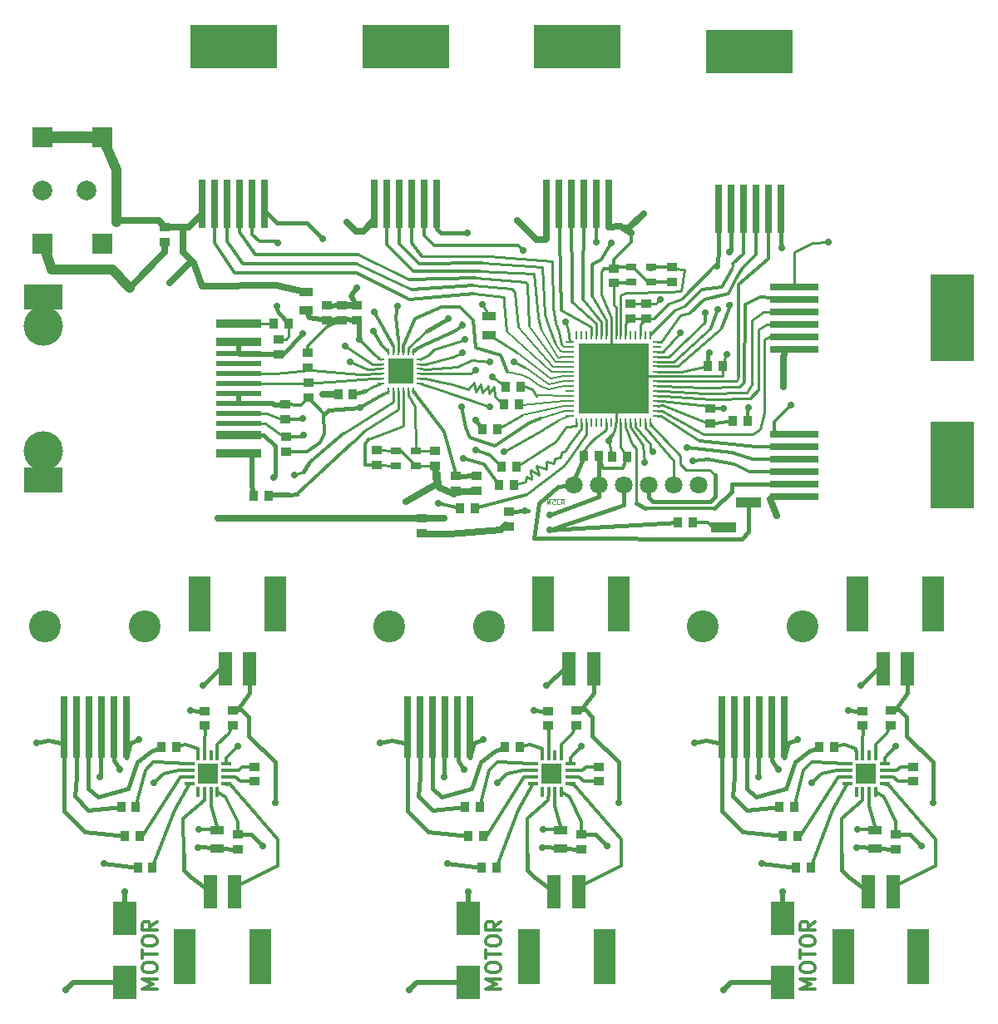
<source format=gtl>
G04 (created by PCBNEW (2013-07-07 BZR 4022)-stable) date 7/17/2014 12:13:14 PM*
%MOIN*%
G04 Gerber Fmt 3.4, Leading zero omitted, Abs format*
%FSLAX34Y34*%
G01*
G70*
G90*
G04 APERTURE LIST*
%ADD10C,0.00590551*%
%ADD11C,0.00393701*%
%ADD12C,0.011811*%
%ADD13R,0.181102X0.0318898*%
%ADD14R,0.181102X0.0240157*%
%ADD15C,0.15748*%
%ADD16R,0.153543X0.0984252*%
%ADD17R,0.00984252X0.0334646*%
%ADD18R,0.0334646X0.00984252*%
%ADD19R,0.281496X0.281496*%
%ADD20C,0.0708661*%
%ADD21C,0.0787*%
%ADD22R,0.0787X0.0787*%
%ADD23R,0.0394X0.0354*%
%ADD24R,0.0984X0.0984*%
%ADD25O,0.0098X0.0315*%
%ADD26O,0.0315X0.0098*%
%ADD27C,0.023622*%
%ADD28R,0.0354X0.0394*%
%ADD29R,0.055X0.035*%
%ADD30R,0.0393701X0.0314961*%
%ADD31R,0.1X0.039*%
%ADD32R,0.19685X0.0299213*%
%ADD33R,0.177165X0.346457*%
%ADD34R,0.0299213X0.19685*%
%ADD35R,0.346457X0.177165*%
%ADD36R,0.0826772X0.0826772*%
%ADD37R,0.0393701X0.0137795*%
%ADD38R,0.0137795X0.0393701*%
%ADD39C,0.019685*%
%ADD40R,0.0299213X0.25*%
%ADD41C,0.127953*%
%ADD42R,0.0905512X0.220472*%
%ADD43R,0.0551181X0.133858*%
%ADD44R,0.0945X0.1378*%
%ADD45C,0.0275591*%
%ADD46C,0.015748*%
%ADD47C,0.0137795*%
%ADD48C,0.00787402*%
%ADD49C,0.00984252*%
%ADD50C,0.0275591*%
%ADD51C,0.0393701*%
%ADD52C,0.0472441*%
%ADD53C,0.0314961*%
%ADD54C,0.019685*%
G04 APERTURE END LIST*
G54D10*
G54D11*
X55858Y-40536D02*
X55858Y-40378D01*
X55924Y-40491D01*
X55989Y-40378D01*
X55989Y-40536D01*
X56196Y-40521D02*
X56186Y-40528D01*
X56158Y-40536D01*
X56139Y-40536D01*
X56111Y-40528D01*
X56092Y-40513D01*
X56083Y-40498D01*
X56074Y-40468D01*
X56074Y-40446D01*
X56083Y-40416D01*
X56092Y-40401D01*
X56111Y-40386D01*
X56139Y-40378D01*
X56158Y-40378D01*
X56186Y-40386D01*
X56196Y-40393D01*
X56374Y-40536D02*
X56280Y-40536D01*
X56280Y-40378D01*
X56552Y-40536D02*
X56486Y-40461D01*
X56439Y-40536D02*
X56439Y-40378D01*
X56514Y-40378D01*
X56533Y-40386D01*
X56542Y-40393D01*
X56552Y-40408D01*
X56552Y-40431D01*
X56542Y-40446D01*
X56533Y-40453D01*
X56514Y-40461D01*
X56439Y-40461D01*
X55811Y-40318D02*
X56589Y-40318D01*
G54D12*
X40229Y-59947D02*
X39638Y-59947D01*
X40060Y-59751D01*
X39638Y-59554D01*
X40229Y-59554D01*
X39638Y-59160D02*
X39638Y-59048D01*
X39666Y-58991D01*
X39723Y-58935D01*
X39835Y-58907D01*
X40032Y-58907D01*
X40144Y-58935D01*
X40201Y-58991D01*
X40229Y-59048D01*
X40229Y-59160D01*
X40201Y-59216D01*
X40144Y-59273D01*
X40032Y-59301D01*
X39835Y-59301D01*
X39723Y-59273D01*
X39666Y-59216D01*
X39638Y-59160D01*
X39638Y-58738D02*
X39638Y-58401D01*
X40229Y-58570D02*
X39638Y-58570D01*
X39638Y-58091D02*
X39638Y-57979D01*
X39666Y-57923D01*
X39723Y-57866D01*
X39835Y-57838D01*
X40032Y-57838D01*
X40144Y-57866D01*
X40201Y-57923D01*
X40229Y-57979D01*
X40229Y-58091D01*
X40201Y-58148D01*
X40144Y-58204D01*
X40032Y-58232D01*
X39835Y-58232D01*
X39723Y-58204D01*
X39666Y-58148D01*
X39638Y-58091D01*
X40229Y-57248D02*
X39947Y-57445D01*
X40229Y-57585D02*
X39638Y-57585D01*
X39638Y-57360D01*
X39666Y-57304D01*
X39694Y-57276D01*
X39751Y-57248D01*
X39835Y-57248D01*
X39891Y-57276D01*
X39919Y-57304D01*
X39947Y-57360D01*
X39947Y-57585D01*
X54008Y-59947D02*
X53418Y-59947D01*
X53839Y-59751D01*
X53418Y-59554D01*
X54008Y-59554D01*
X53418Y-59160D02*
X53418Y-59048D01*
X53446Y-58991D01*
X53502Y-58935D01*
X53615Y-58907D01*
X53811Y-58907D01*
X53924Y-58935D01*
X53980Y-58991D01*
X54008Y-59048D01*
X54008Y-59160D01*
X53980Y-59216D01*
X53924Y-59273D01*
X53811Y-59301D01*
X53615Y-59301D01*
X53502Y-59273D01*
X53446Y-59216D01*
X53418Y-59160D01*
X53418Y-58738D02*
X53418Y-58401D01*
X54008Y-58570D02*
X53418Y-58570D01*
X53418Y-58091D02*
X53418Y-57979D01*
X53446Y-57923D01*
X53502Y-57866D01*
X53615Y-57838D01*
X53811Y-57838D01*
X53924Y-57866D01*
X53980Y-57923D01*
X54008Y-57979D01*
X54008Y-58091D01*
X53980Y-58148D01*
X53924Y-58204D01*
X53811Y-58232D01*
X53615Y-58232D01*
X53502Y-58204D01*
X53446Y-58148D01*
X53418Y-58091D01*
X54008Y-57248D02*
X53727Y-57445D01*
X54008Y-57585D02*
X53418Y-57585D01*
X53418Y-57360D01*
X53446Y-57304D01*
X53474Y-57276D01*
X53530Y-57248D01*
X53615Y-57248D01*
X53671Y-57276D01*
X53699Y-57304D01*
X53727Y-57360D01*
X53727Y-57585D01*
X66607Y-59947D02*
X66016Y-59947D01*
X66438Y-59751D01*
X66016Y-59554D01*
X66607Y-59554D01*
X66016Y-59160D02*
X66016Y-59048D01*
X66044Y-58991D01*
X66100Y-58935D01*
X66213Y-58907D01*
X66410Y-58907D01*
X66522Y-58935D01*
X66579Y-58991D01*
X66607Y-59048D01*
X66607Y-59160D01*
X66579Y-59216D01*
X66522Y-59273D01*
X66410Y-59301D01*
X66213Y-59301D01*
X66100Y-59273D01*
X66044Y-59216D01*
X66016Y-59160D01*
X66016Y-58738D02*
X66016Y-58401D01*
X66607Y-58570D02*
X66016Y-58570D01*
X66016Y-58091D02*
X66016Y-57979D01*
X66044Y-57923D01*
X66100Y-57866D01*
X66213Y-57838D01*
X66410Y-57838D01*
X66522Y-57866D01*
X66579Y-57923D01*
X66607Y-57979D01*
X66607Y-58091D01*
X66579Y-58148D01*
X66522Y-58204D01*
X66410Y-58232D01*
X66213Y-58232D01*
X66100Y-58204D01*
X66044Y-58148D01*
X66016Y-58091D01*
X66607Y-57248D02*
X66325Y-57445D01*
X66607Y-57585D02*
X66016Y-57585D01*
X66016Y-57360D01*
X66044Y-57304D01*
X66072Y-57276D01*
X66129Y-57248D01*
X66213Y-57248D01*
X66269Y-57276D01*
X66297Y-57304D01*
X66325Y-57360D01*
X66325Y-57585D01*
G54D13*
X43523Y-33291D03*
X43523Y-34015D03*
G54D14*
X43523Y-34488D03*
X43523Y-34889D03*
X43523Y-35692D03*
X43523Y-37291D03*
X43523Y-36488D03*
G54D13*
X43523Y-38488D03*
X43523Y-37763D03*
G54D14*
X43523Y-36090D03*
X43523Y-36889D03*
G54D15*
X35681Y-38389D03*
X35681Y-33389D03*
G54D14*
X43523Y-35291D03*
G54D16*
X35681Y-32228D03*
X35681Y-39551D03*
G54D17*
X59807Y-37259D03*
X60003Y-37259D03*
X58625Y-37259D03*
X58822Y-37259D03*
X59216Y-37259D03*
X59019Y-37259D03*
X59610Y-37259D03*
X59413Y-37259D03*
X57838Y-37259D03*
X58035Y-37259D03*
X58429Y-37259D03*
X58232Y-37259D03*
X57444Y-37259D03*
X57641Y-37259D03*
X57248Y-37259D03*
X57051Y-37259D03*
G54D18*
X56775Y-36984D03*
X56775Y-36787D03*
X56775Y-36393D03*
X56775Y-36590D03*
X56775Y-35803D03*
X56775Y-35606D03*
X56775Y-36000D03*
X56775Y-36196D03*
X56775Y-34622D03*
X56775Y-34425D03*
X56775Y-35015D03*
X56775Y-34818D03*
X56775Y-35212D03*
X56775Y-35409D03*
X56775Y-34031D03*
X56775Y-34228D03*
G54D17*
X57051Y-33755D03*
X57248Y-33755D03*
X57641Y-33755D03*
X57444Y-33755D03*
X58232Y-33755D03*
X58429Y-33755D03*
X58035Y-33755D03*
X57838Y-33755D03*
X59413Y-33755D03*
X59610Y-33755D03*
X59019Y-33755D03*
X59216Y-33755D03*
X58822Y-33755D03*
X58625Y-33755D03*
X60003Y-33755D03*
X59807Y-33755D03*
G54D18*
X60279Y-34228D03*
X60279Y-34031D03*
X60279Y-35409D03*
X60279Y-35212D03*
X60279Y-34818D03*
X60279Y-35007D03*
X60279Y-34425D03*
X60279Y-34622D03*
X60279Y-36196D03*
X60279Y-36000D03*
X60279Y-35606D03*
X60279Y-35803D03*
X60279Y-36590D03*
X60279Y-36393D03*
X60279Y-36787D03*
X60279Y-36984D03*
G54D19*
X58527Y-35507D03*
G54D20*
X60940Y-39763D03*
X61940Y-39763D03*
X56948Y-39763D03*
X57948Y-39763D03*
X59944Y-39763D03*
X58944Y-39763D03*
G54D21*
X37401Y-27952D03*
G54D22*
X35629Y-25822D03*
X38031Y-25822D03*
X35629Y-30084D03*
X38031Y-30084D03*
G54D21*
X35629Y-27952D03*
G54D23*
X50846Y-41693D03*
X50846Y-41101D03*
X47047Y-32578D03*
X47047Y-33170D03*
X52224Y-39981D03*
X52224Y-39389D03*
G54D24*
X50003Y-35208D03*
G54D25*
X49511Y-35995D03*
X49708Y-35995D03*
X49905Y-35995D03*
X50101Y-35995D03*
X50298Y-35995D03*
X50495Y-35995D03*
G54D26*
X50790Y-35700D03*
X50790Y-35503D03*
X50790Y-35306D03*
X50790Y-35110D03*
X50790Y-34913D03*
X50790Y-34716D03*
G54D25*
X50495Y-34421D03*
X50298Y-34421D03*
X50101Y-34421D03*
X49905Y-34421D03*
X49708Y-34421D03*
X49511Y-34421D03*
G54D26*
X49216Y-34716D03*
X49216Y-34913D03*
X49216Y-35110D03*
X49216Y-35306D03*
X49216Y-35503D03*
X49216Y-35700D03*
G54D27*
X50003Y-35208D03*
X49703Y-34908D03*
X49703Y-35508D03*
X50303Y-34908D03*
X50303Y-35508D03*
G54D28*
X47491Y-36114D03*
X48083Y-36114D03*
G54D29*
X46220Y-32026D03*
X46220Y-32776D03*
G54D23*
X53031Y-40000D03*
X53031Y-39408D03*
X51377Y-38996D03*
X51377Y-38404D03*
X49035Y-38957D03*
X49035Y-38365D03*
X48228Y-32578D03*
X48228Y-33170D03*
X47637Y-32578D03*
X47637Y-33170D03*
X62401Y-36711D03*
X62401Y-37303D03*
X54350Y-41418D03*
X54350Y-40826D03*
G54D28*
X62894Y-35000D03*
X62302Y-35000D03*
G54D23*
X59842Y-32499D03*
X59842Y-33091D03*
X58533Y-31081D03*
X58533Y-31673D03*
X60866Y-31614D03*
X60866Y-31022D03*
X59212Y-32499D03*
X59212Y-33091D03*
G54D28*
X54626Y-39035D03*
X54034Y-39035D03*
X54528Y-39763D03*
X53936Y-39763D03*
X52973Y-40708D03*
X52381Y-40708D03*
X54803Y-35826D03*
X54211Y-35826D03*
X54744Y-36515D03*
X54152Y-36515D03*
X53878Y-37539D03*
X53286Y-37539D03*
G54D23*
X46283Y-35051D03*
X46283Y-34459D03*
X46291Y-35664D03*
X46291Y-36256D03*
X45385Y-37134D03*
X45385Y-36542D03*
X45405Y-37822D03*
X45405Y-38414D03*
G54D28*
X44693Y-40208D03*
X44101Y-40208D03*
X57341Y-38582D03*
X57933Y-38582D03*
X45516Y-33295D03*
X44924Y-33295D03*
G54D23*
X45106Y-34512D03*
X45106Y-33920D03*
G54D28*
X58483Y-38622D03*
X59075Y-38622D03*
G54D23*
X40551Y-30020D03*
X40551Y-29428D03*
G54D30*
X50610Y-38405D03*
X49822Y-38405D03*
X50610Y-38996D03*
X49822Y-38996D03*
X59251Y-31633D03*
X60039Y-31633D03*
X59251Y-31043D03*
X60039Y-31043D03*
G54D28*
X61121Y-41259D03*
X61713Y-41259D03*
G54D29*
X53543Y-33760D03*
X53543Y-33010D03*
G54D28*
X63306Y-37185D03*
X63898Y-37185D03*
G54D31*
X63944Y-40464D03*
X62944Y-41464D03*
G54D32*
X65787Y-37726D03*
X65787Y-38726D03*
X65787Y-39726D03*
X65787Y-39226D03*
X65787Y-40226D03*
X65787Y-38226D03*
G54D33*
X72106Y-38976D03*
G54D32*
X65787Y-31820D03*
X65787Y-32820D03*
X65787Y-33820D03*
X65787Y-33320D03*
X65787Y-34320D03*
X65787Y-32320D03*
G54D33*
X72106Y-33070D03*
G54D34*
X48946Y-28503D03*
X49946Y-28503D03*
X50946Y-28503D03*
X50446Y-28503D03*
X51446Y-28503D03*
X49446Y-28503D03*
G54D35*
X50196Y-22185D03*
G54D34*
X42057Y-28503D03*
X43057Y-28503D03*
X44057Y-28503D03*
X43557Y-28503D03*
X44557Y-28503D03*
X42557Y-28503D03*
G54D35*
X43307Y-22185D03*
G54D34*
X62726Y-28700D03*
X63726Y-28700D03*
X64726Y-28700D03*
X64226Y-28700D03*
X65226Y-28700D03*
X63226Y-28700D03*
G54D35*
X63976Y-22381D03*
G54D34*
X55836Y-28503D03*
X56836Y-28503D03*
X57836Y-28503D03*
X57336Y-28503D03*
X58336Y-28503D03*
X56336Y-28503D03*
G54D35*
X57086Y-22185D03*
G54D28*
X40994Y-50246D03*
X40402Y-50246D03*
X38796Y-52663D03*
X39388Y-52663D03*
X40057Y-55088D03*
X39465Y-55088D03*
G54D23*
X44153Y-51644D03*
X44153Y-51052D03*
G54D28*
X39534Y-53816D03*
X38942Y-53816D03*
G54D23*
X42125Y-49410D03*
X42125Y-48818D03*
X43267Y-49400D03*
X43267Y-48808D03*
X43464Y-54360D03*
X43464Y-53768D03*
G54D36*
X42273Y-51328D03*
G54D37*
X41525Y-50944D03*
X41525Y-51200D03*
X41525Y-51456D03*
X41525Y-51712D03*
G54D38*
X41889Y-52076D03*
X42145Y-52076D03*
X42401Y-52076D03*
X42657Y-52076D03*
G54D37*
X43021Y-51712D03*
X43021Y-51456D03*
X43021Y-51200D03*
X43021Y-50944D03*
G54D38*
X42657Y-50580D03*
X42401Y-50580D03*
X42145Y-50580D03*
X41889Y-50580D03*
G54D39*
X42273Y-51328D03*
X42500Y-51102D03*
X42047Y-51102D03*
X42500Y-51555D03*
X42047Y-51555D03*
G54D40*
X38996Y-49448D03*
X37996Y-49448D03*
X36996Y-49448D03*
X37496Y-49448D03*
X36496Y-49448D03*
G54D41*
X35746Y-45423D03*
X39746Y-45423D03*
G54D40*
X38496Y-49448D03*
G54D29*
X42637Y-53591D03*
X42637Y-54341D03*
G54D42*
X41938Y-44517D03*
G54D43*
X43946Y-47116D03*
X42962Y-47116D03*
G54D42*
X44970Y-44517D03*
X44379Y-58651D03*
G54D43*
X42372Y-56053D03*
X43356Y-56053D03*
G54D42*
X41348Y-58651D03*
G54D44*
X38927Y-57135D03*
X38927Y-59695D03*
G54D28*
X54774Y-50246D03*
X54182Y-50246D03*
X52576Y-52663D03*
X53168Y-52663D03*
X53837Y-55088D03*
X53245Y-55088D03*
G54D23*
X57933Y-51644D03*
X57933Y-51052D03*
G54D28*
X53313Y-53816D03*
X52721Y-53816D03*
G54D23*
X55905Y-49410D03*
X55905Y-48818D03*
X57047Y-49400D03*
X57047Y-48808D03*
X57244Y-54360D03*
X57244Y-53768D03*
G54D36*
X56053Y-51328D03*
G54D37*
X55305Y-50944D03*
X55305Y-51200D03*
X55305Y-51456D03*
X55305Y-51712D03*
G54D38*
X55669Y-52076D03*
X55925Y-52076D03*
X56181Y-52076D03*
X56437Y-52076D03*
G54D37*
X56801Y-51712D03*
X56801Y-51456D03*
X56801Y-51200D03*
X56801Y-50944D03*
G54D38*
X56437Y-50580D03*
X56181Y-50580D03*
X55925Y-50580D03*
X55669Y-50580D03*
G54D39*
X56053Y-51328D03*
X56279Y-51102D03*
X55826Y-51102D03*
X56279Y-51555D03*
X55826Y-51555D03*
G54D40*
X52775Y-49448D03*
X51775Y-49448D03*
X50775Y-49448D03*
X51275Y-49448D03*
X50275Y-49448D03*
G54D41*
X49525Y-45423D03*
X53525Y-45423D03*
G54D40*
X52275Y-49448D03*
G54D29*
X56417Y-53591D03*
X56417Y-54341D03*
G54D42*
X55718Y-44517D03*
G54D43*
X57726Y-47116D03*
X56742Y-47116D03*
G54D42*
X58750Y-44517D03*
X58159Y-58651D03*
G54D43*
X56151Y-56053D03*
X57135Y-56053D03*
G54D42*
X55127Y-58651D03*
G54D44*
X52706Y-57135D03*
X52706Y-59695D03*
G54D28*
X67372Y-50246D03*
X66780Y-50246D03*
X65174Y-52663D03*
X65766Y-52663D03*
X66435Y-55088D03*
X65843Y-55088D03*
G54D23*
X70531Y-51644D03*
X70531Y-51052D03*
G54D28*
X65912Y-53816D03*
X65320Y-53816D03*
G54D23*
X68503Y-49410D03*
X68503Y-48818D03*
X69645Y-49400D03*
X69645Y-48808D03*
X69842Y-54360D03*
X69842Y-53768D03*
G54D36*
X68651Y-51328D03*
G54D37*
X67903Y-50944D03*
X67903Y-51200D03*
X67903Y-51456D03*
X67903Y-51712D03*
G54D38*
X68267Y-52076D03*
X68523Y-52076D03*
X68779Y-52076D03*
X69035Y-52076D03*
G54D37*
X69399Y-51712D03*
X69399Y-51456D03*
X69399Y-51200D03*
X69399Y-50944D03*
G54D38*
X69035Y-50580D03*
X68779Y-50580D03*
X68523Y-50580D03*
X68267Y-50580D03*
G54D39*
X68651Y-51328D03*
X68877Y-51102D03*
X68425Y-51102D03*
X68877Y-51555D03*
X68425Y-51555D03*
G54D40*
X65374Y-49448D03*
X64374Y-49448D03*
X63374Y-49448D03*
X63874Y-49448D03*
X62874Y-49448D03*
G54D41*
X62124Y-45423D03*
X66124Y-45423D03*
G54D40*
X64874Y-49448D03*
G54D29*
X69015Y-53591D03*
X69015Y-54341D03*
G54D42*
X68316Y-44517D03*
G54D43*
X70324Y-47116D03*
X69340Y-47116D03*
G54D42*
X71348Y-44517D03*
X70757Y-58651D03*
G54D43*
X68750Y-56053D03*
X69734Y-56053D03*
G54D42*
X67726Y-58651D03*
G54D44*
X65305Y-57135D03*
X65305Y-59695D03*
G54D45*
X55984Y-40964D03*
X63937Y-36653D03*
X54527Y-34842D03*
X65629Y-36574D03*
X67125Y-30039D03*
X42677Y-41102D03*
X54685Y-29173D03*
X47854Y-29232D03*
X40728Y-31673D03*
X53011Y-35177D03*
X51732Y-41102D03*
X54980Y-40807D03*
X62362Y-34448D03*
X62677Y-30984D03*
X48334Y-33925D03*
X48385Y-36673D03*
X38753Y-51147D03*
X41919Y-53572D03*
X52533Y-51147D03*
X55698Y-53572D03*
X65131Y-51147D03*
X68297Y-53572D03*
X52480Y-33346D03*
X61220Y-33661D03*
X52578Y-33917D03*
X56594Y-33228D03*
X52440Y-36614D03*
X51909Y-33090D03*
X53562Y-34822D03*
X54133Y-38444D03*
X55984Y-41574D03*
X53267Y-32519D03*
X62933Y-36692D03*
X60393Y-32322D03*
X63070Y-34527D03*
X65078Y-41003D03*
X65354Y-35826D03*
X65275Y-30275D03*
X52677Y-29665D03*
X46889Y-29901D03*
X58326Y-38011D03*
X59734Y-28887D03*
X51968Y-41732D03*
X50196Y-40413D03*
X46082Y-33700D03*
X44901Y-39448D03*
X39133Y-31850D03*
X48228Y-31850D03*
X46889Y-36141D03*
X36564Y-59990D03*
X43474Y-50226D03*
X42076Y-47785D03*
X39517Y-49950D03*
X40092Y-51679D03*
X41889Y-54281D03*
X50344Y-59990D03*
X57253Y-50226D03*
X55856Y-47785D03*
X53297Y-49950D03*
X53872Y-51679D03*
X55669Y-54281D03*
X62942Y-59990D03*
X69852Y-50226D03*
X68454Y-47785D03*
X65895Y-49950D03*
X66470Y-51679D03*
X68267Y-54281D03*
X38092Y-54938D03*
X37954Y-51450D03*
X51872Y-54938D03*
X51734Y-51450D03*
X64470Y-54938D03*
X64332Y-51450D03*
X52992Y-37145D03*
X52460Y-34468D03*
X51515Y-40492D03*
X48897Y-33602D03*
X53582Y-36614D03*
X53681Y-35433D03*
X52519Y-38681D03*
X48956Y-32814D03*
X45728Y-39350D03*
X45039Y-32598D03*
X52992Y-38346D03*
X49881Y-32598D03*
X57834Y-30039D03*
X63188Y-32559D03*
X54921Y-30354D03*
X62716Y-32716D03*
X45078Y-30078D03*
X62204Y-32874D03*
X60098Y-38425D03*
X61476Y-38267D03*
X61692Y-38779D03*
X59783Y-38877D03*
X63169Y-30413D03*
X58425Y-30059D03*
X47783Y-34196D03*
X46074Y-37110D03*
X47984Y-34826D03*
X46114Y-37771D03*
X35403Y-50084D03*
X41564Y-48809D03*
X49183Y-50084D03*
X55344Y-48809D03*
X61781Y-50084D03*
X67942Y-48809D03*
X38927Y-56053D03*
X44960Y-52500D03*
X44488Y-54242D03*
X52706Y-56053D03*
X58740Y-52500D03*
X58267Y-54242D03*
X65305Y-56053D03*
X71338Y-52500D03*
X70866Y-54242D03*
G54D46*
X57948Y-39763D02*
X57933Y-40236D01*
X57933Y-40236D02*
X55984Y-40964D01*
G54D47*
X63898Y-37185D02*
X63898Y-36692D01*
X63898Y-36692D02*
X63937Y-36653D01*
G54D48*
X55925Y-35728D02*
X55000Y-35078D01*
G54D49*
X55000Y-35078D02*
X54527Y-34842D01*
G54D48*
X56775Y-35606D02*
X56535Y-35607D01*
X56535Y-35607D02*
X55925Y-35728D01*
G54D49*
X59842Y-33091D02*
X59212Y-33091D01*
X59842Y-33091D02*
X60137Y-33091D01*
X62637Y-30944D02*
X62755Y-30482D01*
G54D12*
X61299Y-32283D02*
X62637Y-30944D01*
G54D49*
X60748Y-32480D02*
X61299Y-32283D01*
X60137Y-33091D02*
X60748Y-32480D01*
X59610Y-33755D02*
X59610Y-33323D01*
X59610Y-33323D02*
X59842Y-33091D01*
X59019Y-33755D02*
X59019Y-33284D01*
X59019Y-33284D02*
X59212Y-33091D01*
G54D12*
X65127Y-37726D02*
X65787Y-37726D01*
X64960Y-37559D02*
X65127Y-37726D01*
X64960Y-37244D02*
X64960Y-37559D01*
X65629Y-36574D02*
X64960Y-37244D01*
G54D49*
X65787Y-31820D02*
X65787Y-30433D01*
X66496Y-30078D02*
X67125Y-30039D01*
X65787Y-30433D02*
X66496Y-30078D01*
G54D12*
X59075Y-38622D02*
X58897Y-39094D01*
X58110Y-39094D02*
X57933Y-38582D01*
X58897Y-39094D02*
X58110Y-39094D01*
G54D50*
X42697Y-41081D02*
X50826Y-41102D01*
X42677Y-41102D02*
X42697Y-41081D01*
X55836Y-29911D02*
X55836Y-28435D01*
X54685Y-29173D02*
X55452Y-29940D01*
X55452Y-29940D02*
X55807Y-29940D01*
X55807Y-29940D02*
X55836Y-29911D01*
X48946Y-29143D02*
X48946Y-28435D01*
X48503Y-29586D02*
X48946Y-29143D01*
X48208Y-29586D02*
X48503Y-29586D01*
X47854Y-29232D02*
X48208Y-29586D01*
X41692Y-30866D02*
X41535Y-30866D01*
X41535Y-30866D02*
X40728Y-31673D01*
X46220Y-32026D02*
X46180Y-32026D01*
X41259Y-30433D02*
X41259Y-29428D01*
X42027Y-31791D02*
X41692Y-30866D01*
X41692Y-30866D02*
X41259Y-30433D01*
X45000Y-31771D02*
X42027Y-31791D01*
X46180Y-32026D02*
X45000Y-31771D01*
X40551Y-29428D02*
X41259Y-29428D01*
X41259Y-29428D02*
X41515Y-29428D01*
X42057Y-28886D02*
X42057Y-28435D01*
X41515Y-29428D02*
X42057Y-28886D01*
X38622Y-29173D02*
X40296Y-29173D01*
X40296Y-29173D02*
X40551Y-29428D01*
G54D49*
X50790Y-35306D02*
X52823Y-35306D01*
X52823Y-35306D02*
X53011Y-35177D01*
G54D50*
X51711Y-41081D02*
X50826Y-41102D01*
G54D49*
X51732Y-41102D02*
X51711Y-41081D01*
G54D46*
X54980Y-40807D02*
X55098Y-40787D01*
X55098Y-40787D02*
X54350Y-40826D01*
G54D49*
X58818Y-37913D02*
X58818Y-38228D01*
X58822Y-37259D02*
X58818Y-37913D01*
X59143Y-38799D02*
X59075Y-38622D01*
X58818Y-38228D02*
X59143Y-38799D01*
G54D46*
X57948Y-39763D02*
X57952Y-38779D01*
G54D49*
X57952Y-38779D02*
X57933Y-38582D01*
G54D46*
X62755Y-29409D02*
X62755Y-30482D01*
X62755Y-30482D02*
X62677Y-30984D01*
G54D49*
X60279Y-35212D02*
X61240Y-35212D01*
X61240Y-35212D02*
X62302Y-35000D01*
G54D46*
X62302Y-35000D02*
X62320Y-34608D01*
X62320Y-34608D02*
X62303Y-34547D01*
X62303Y-34547D02*
X62362Y-34448D01*
X62362Y-34448D02*
X62363Y-34448D01*
G54D51*
X38622Y-27121D02*
X38031Y-25822D01*
X38622Y-29212D02*
X38622Y-29173D01*
X38622Y-29173D02*
X38622Y-27121D01*
G54D52*
X38031Y-25822D02*
X35629Y-25822D01*
G54D53*
X38212Y-26003D02*
X38031Y-25822D01*
G54D46*
X48385Y-36673D02*
X47093Y-36771D01*
X47093Y-36771D02*
X46916Y-36948D01*
G54D54*
X47047Y-33170D02*
X46342Y-33075D01*
X46342Y-33075D02*
X46220Y-32776D01*
X48334Y-33925D02*
X48334Y-33236D01*
X48334Y-33236D02*
X48228Y-33170D01*
G54D49*
X46916Y-36948D02*
X46916Y-36881D01*
G54D12*
X46916Y-36881D02*
X46291Y-36256D01*
X46255Y-38417D02*
X46771Y-38070D01*
X46943Y-37689D02*
X46916Y-36948D01*
X46771Y-38070D02*
X46943Y-37689D01*
X45405Y-38414D02*
X46255Y-38417D01*
G54D54*
X43523Y-36090D02*
X43523Y-36488D01*
G54D12*
X47637Y-33170D02*
X47086Y-33405D01*
X46283Y-34208D02*
X46283Y-34459D01*
X47086Y-33405D02*
X46283Y-34208D01*
G54D54*
X45385Y-36542D02*
X44936Y-36550D01*
X44874Y-36488D02*
X43523Y-36488D01*
X44936Y-36550D02*
X44874Y-36488D01*
G54D12*
X45385Y-36542D02*
X45997Y-36550D01*
X45997Y-36550D02*
X46291Y-36256D01*
G54D50*
X47059Y-33181D02*
X47637Y-33170D01*
G54D54*
X47637Y-33170D02*
X47665Y-33142D01*
X47665Y-33142D02*
X48228Y-33170D01*
G54D49*
X49216Y-34716D02*
X49085Y-34620D01*
X49085Y-34620D02*
X48985Y-34547D01*
G54D46*
X48361Y-36658D02*
X48361Y-36655D01*
G54D12*
X49299Y-36121D02*
X48361Y-36655D01*
G54D49*
X49511Y-35995D02*
X49299Y-36121D01*
G54D46*
X48385Y-36673D02*
X48361Y-36658D01*
G54D49*
X48985Y-34547D02*
X48334Y-33925D01*
G54D46*
X38496Y-49448D02*
X38511Y-50789D01*
X38511Y-50789D02*
X38696Y-51090D01*
X38696Y-51090D02*
X38753Y-51147D01*
G54D47*
X41919Y-53572D02*
X42667Y-53553D01*
X42401Y-52076D02*
X42405Y-52627D01*
X42405Y-52627D02*
X42667Y-53553D01*
G54D46*
X41919Y-53572D02*
X41919Y-53572D01*
X52275Y-49448D02*
X52291Y-50789D01*
X52291Y-50789D02*
X52476Y-51090D01*
X52476Y-51090D02*
X52533Y-51147D01*
G54D47*
X55698Y-53572D02*
X56446Y-53553D01*
X56181Y-52076D02*
X56184Y-52627D01*
X56184Y-52627D02*
X56446Y-53553D01*
G54D46*
X55698Y-53572D02*
X55698Y-53572D01*
X64874Y-49448D02*
X64889Y-50789D01*
X64889Y-50789D02*
X65074Y-51090D01*
X65074Y-51090D02*
X65131Y-51147D01*
G54D47*
X68297Y-53572D02*
X69045Y-53553D01*
X68779Y-52076D02*
X68783Y-52627D01*
X68783Y-52627D02*
X69045Y-53553D01*
G54D46*
X68297Y-53572D02*
X68297Y-53572D01*
G54D48*
X56775Y-36590D02*
X56555Y-36594D01*
G54D49*
X54881Y-36948D02*
X53878Y-37539D01*
G54D48*
X56555Y-36594D02*
X54881Y-36948D01*
G54D49*
X60511Y-34429D02*
X60511Y-34429D01*
G54D12*
X52456Y-33268D02*
X52456Y-33268D01*
X52480Y-33346D02*
X52456Y-33268D01*
X50495Y-34421D02*
X50704Y-34260D01*
X50704Y-34260D02*
X52185Y-33582D01*
X52185Y-33582D02*
X52503Y-33350D01*
G54D49*
X60511Y-34429D02*
X60279Y-34425D01*
X60511Y-34429D02*
X61220Y-33661D01*
X50790Y-34716D02*
X51110Y-34560D01*
X52391Y-34005D02*
X52578Y-33917D01*
X51333Y-34321D02*
X52391Y-34005D01*
X51110Y-34560D02*
X51333Y-34321D01*
X56692Y-33543D02*
X56775Y-34031D01*
X56594Y-33228D02*
X56692Y-33543D01*
G54D48*
X56775Y-36787D02*
X56574Y-36791D01*
X56574Y-36791D02*
X55610Y-37086D01*
G54D12*
X55610Y-37086D02*
X55166Y-37275D01*
X55166Y-37275D02*
X53764Y-38205D01*
X53764Y-38205D02*
X52786Y-37854D01*
X52786Y-37854D02*
X52598Y-37460D01*
X52598Y-37460D02*
X52440Y-36614D01*
G54D46*
X51909Y-33090D02*
X51043Y-33582D01*
G54D49*
X50295Y-34271D02*
X50298Y-34421D01*
X50295Y-34271D02*
X51043Y-33582D01*
G54D48*
X56555Y-36397D02*
X56775Y-36393D01*
X56555Y-36397D02*
X54881Y-36578D01*
G54D49*
X54744Y-36515D02*
X54881Y-36578D01*
G54D48*
X56775Y-36196D02*
X55460Y-36173D01*
G54D49*
X55452Y-36181D02*
X55265Y-35924D01*
X54925Y-35779D02*
X54803Y-35826D01*
X55265Y-35924D02*
X54925Y-35779D01*
X55460Y-36173D02*
X55452Y-36181D01*
G54D48*
X56775Y-36984D02*
X56271Y-37204D01*
G54D49*
X56271Y-37204D02*
X55724Y-37519D01*
X54133Y-38444D02*
X55731Y-37525D01*
X55724Y-37519D02*
X55731Y-37525D01*
X50790Y-35110D02*
X51023Y-35118D01*
X51023Y-35118D02*
X52283Y-35019D01*
X52283Y-35019D02*
X52834Y-34763D01*
X52834Y-34763D02*
X53562Y-34822D01*
X53562Y-34822D02*
X53570Y-34816D01*
X57248Y-37511D02*
X57248Y-37255D01*
X56732Y-38149D02*
X56594Y-38385D01*
X56594Y-38385D02*
X56456Y-38464D01*
X56456Y-38464D02*
X56397Y-38661D01*
X54528Y-39763D02*
X55000Y-39625D01*
X55000Y-39625D02*
X55039Y-39429D01*
X55039Y-39429D02*
X55237Y-39532D01*
X55237Y-39532D02*
X55202Y-39153D01*
X55202Y-39153D02*
X55551Y-39350D01*
X55551Y-39350D02*
X55452Y-38996D01*
X55452Y-38996D02*
X55846Y-39114D01*
X55846Y-39114D02*
X55826Y-38838D01*
X55826Y-38838D02*
X56141Y-38897D01*
X56141Y-38897D02*
X56161Y-38700D01*
X56161Y-38700D02*
X56397Y-38661D01*
X57248Y-37511D02*
X56732Y-38149D01*
X57248Y-37255D02*
X57251Y-37251D01*
X57444Y-37736D02*
X57444Y-37263D01*
X57444Y-37720D02*
X57444Y-37736D01*
X57444Y-37736D02*
X56830Y-38598D01*
X56830Y-38598D02*
X56543Y-38988D01*
X56543Y-38988D02*
X55000Y-40177D01*
G54D12*
X55000Y-40177D02*
X52973Y-40708D01*
G54D49*
X57051Y-37259D02*
X57047Y-37381D01*
X57047Y-37381D02*
X56633Y-37440D01*
X56633Y-37440D02*
X56196Y-38027D01*
X56196Y-38027D02*
X54626Y-39035D01*
G54D50*
X54350Y-41418D02*
X54211Y-41358D01*
X53996Y-41574D02*
X51968Y-41732D01*
X54211Y-41358D02*
X53996Y-41574D01*
G54D46*
X61121Y-41259D02*
X55984Y-41574D01*
X58944Y-40578D02*
X58944Y-39763D01*
X55984Y-41574D02*
X58944Y-40578D01*
G54D49*
X53543Y-33010D02*
X53543Y-32952D01*
X53543Y-32952D02*
X53267Y-32519D01*
G54D47*
X62401Y-36711D02*
X62932Y-36692D01*
X62932Y-36692D02*
X62933Y-36692D01*
X59251Y-31043D02*
X58572Y-31043D01*
X58572Y-31043D02*
X58533Y-31081D01*
X58533Y-31081D02*
X58533Y-30718D01*
G54D50*
X59232Y-29676D02*
X58912Y-29470D01*
G54D47*
X58533Y-30718D02*
X59232Y-30019D01*
X59232Y-30019D02*
X59232Y-29676D01*
G54D50*
X50866Y-41713D02*
X51711Y-41713D01*
X51711Y-41713D02*
X51968Y-41732D01*
G54D49*
X59842Y-32499D02*
X59212Y-32499D01*
X59842Y-32499D02*
X60217Y-32499D01*
X60217Y-32499D02*
X60393Y-32322D01*
X62894Y-35000D02*
X63031Y-34488D01*
X63031Y-34488D02*
X63070Y-34527D01*
X62913Y-35393D02*
X62913Y-35018D01*
X60625Y-35409D02*
X62913Y-35393D01*
X60279Y-35409D02*
X60625Y-35409D01*
X62913Y-35018D02*
X62894Y-35000D01*
G54D50*
X65856Y-40226D02*
X64911Y-40226D01*
X64822Y-40314D02*
X65078Y-41003D01*
X64911Y-40226D02*
X64822Y-40314D01*
X65856Y-34320D02*
X65403Y-34320D01*
X65354Y-34645D02*
X65354Y-35826D01*
X65403Y-34320D02*
X65354Y-34645D01*
G54D46*
X65226Y-28435D02*
X65226Y-30009D01*
X65226Y-30009D02*
X65275Y-30275D01*
X44557Y-28435D02*
X44557Y-28769D01*
X51446Y-29498D02*
X51446Y-28435D01*
X51614Y-29665D02*
X51446Y-29498D01*
X52677Y-29665D02*
X51614Y-29665D01*
X46240Y-29251D02*
X46889Y-29901D01*
X45039Y-29251D02*
X46240Y-29251D01*
X44557Y-28769D02*
X45039Y-29251D01*
G54D50*
X58912Y-29470D02*
X59151Y-29470D01*
X59151Y-29470D02*
X59734Y-28887D01*
G54D12*
X59251Y-31043D02*
X59311Y-31043D01*
X59901Y-31633D02*
X60039Y-31633D01*
X59311Y-31043D02*
X59901Y-31633D01*
G54D50*
X51377Y-38996D02*
X51456Y-39744D01*
X51456Y-39744D02*
X50196Y-40413D01*
G54D46*
X45106Y-34512D02*
X45270Y-34512D01*
X45270Y-34512D02*
X46082Y-33700D01*
X43523Y-37763D02*
X44515Y-37763D01*
X44960Y-39389D02*
X44901Y-39448D01*
X44960Y-38208D02*
X44960Y-39389D01*
X44515Y-37763D02*
X44960Y-38208D01*
X51515Y-39291D02*
X51555Y-39862D01*
G54D49*
X51377Y-38996D02*
X51515Y-39291D01*
G54D50*
X52179Y-40076D02*
X53031Y-40000D01*
X52151Y-40123D02*
X52179Y-40076D01*
X52151Y-40123D02*
X51555Y-39862D01*
X40551Y-30020D02*
X40551Y-30433D01*
G54D51*
X35675Y-30084D02*
X36023Y-31141D01*
X36023Y-31141D02*
X38425Y-31141D01*
X38425Y-31141D02*
X39133Y-31850D01*
X35675Y-30084D02*
X35629Y-30084D01*
G54D50*
X40551Y-30433D02*
X39133Y-31850D01*
G54D49*
X59931Y-31564D02*
X59950Y-31564D01*
G54D12*
X60020Y-31634D02*
X60866Y-31614D01*
G54D49*
X59950Y-31564D02*
X60020Y-31634D01*
X58429Y-33755D02*
X58425Y-33070D01*
X58425Y-33070D02*
X58031Y-32125D01*
X58031Y-32125D02*
X58031Y-31181D01*
X58031Y-31181D02*
X58150Y-31081D01*
G54D12*
X58150Y-31081D02*
X58533Y-31081D01*
G54D50*
X58912Y-29470D02*
X58818Y-29409D01*
X58818Y-29409D02*
X58336Y-29419D01*
G54D49*
X58336Y-29419D02*
X58336Y-28435D01*
X58287Y-37893D02*
X58503Y-37716D01*
X58543Y-37677D02*
X58287Y-37893D01*
X58622Y-37401D02*
X58543Y-37677D01*
X58326Y-38011D02*
X58483Y-38622D01*
X58503Y-37716D02*
X58326Y-38011D01*
X49822Y-38405D02*
X50019Y-38405D01*
G54D12*
X50019Y-38405D02*
X50610Y-38996D01*
G54D49*
X50610Y-38996D02*
X51377Y-38996D01*
X51377Y-38996D02*
X51377Y-38996D01*
X49822Y-38405D02*
X49036Y-38366D01*
X49036Y-38366D02*
X49035Y-38365D01*
X60279Y-36393D02*
X60393Y-36397D01*
X60393Y-36397D02*
X60472Y-36397D01*
X60472Y-36397D02*
X62303Y-36594D01*
X62283Y-36712D02*
X62401Y-36711D01*
X62251Y-36712D02*
X62283Y-36712D01*
X62324Y-36609D02*
X62251Y-36712D01*
X62307Y-36598D02*
X62324Y-36609D01*
X62303Y-36594D02*
X62307Y-36598D01*
X58622Y-37401D02*
X58622Y-37263D01*
X58622Y-37263D02*
X58625Y-37259D01*
X60279Y-35409D02*
X58625Y-35409D01*
X58625Y-35409D02*
X58527Y-35507D01*
X58625Y-37259D02*
X58625Y-35606D01*
X58625Y-35606D02*
X58527Y-35507D01*
X58429Y-33755D02*
X58429Y-35409D01*
X58429Y-35409D02*
X58527Y-35507D01*
G54D54*
X47637Y-32578D02*
X47055Y-32585D01*
X47055Y-32585D02*
X47047Y-32578D01*
X48228Y-32578D02*
X47996Y-32200D01*
X47996Y-32200D02*
X48228Y-31850D01*
X43523Y-34488D02*
X43523Y-34015D01*
X45106Y-34512D02*
X43547Y-34512D01*
X43547Y-34512D02*
X43523Y-34488D01*
G54D50*
X47491Y-36114D02*
X46889Y-36141D01*
G54D49*
X58622Y-37389D02*
X58622Y-37401D01*
G54D50*
X48228Y-32578D02*
X47824Y-32575D01*
X47824Y-32575D02*
X47637Y-32578D01*
X53031Y-40000D02*
X52224Y-40060D01*
G54D54*
X38927Y-59695D02*
X36859Y-59695D01*
X36859Y-59695D02*
X36564Y-59990D01*
G54D47*
X43021Y-50944D02*
X43021Y-50698D01*
X43021Y-50698D02*
X43474Y-50226D01*
G54D46*
X42962Y-47116D02*
X42746Y-47116D01*
X42746Y-47116D02*
X42076Y-47785D01*
X38996Y-49448D02*
X38996Y-50696D01*
X39167Y-50100D02*
X39517Y-49950D01*
X39001Y-50690D02*
X39167Y-50100D01*
X38996Y-50696D02*
X39001Y-50690D01*
G54D47*
X41525Y-51200D02*
X41112Y-51200D01*
X41112Y-51200D02*
X40501Y-51328D01*
X40501Y-51328D02*
X40092Y-51679D01*
G54D46*
X42657Y-54281D02*
X41830Y-54271D01*
X41830Y-54271D02*
X41889Y-54281D01*
X43464Y-54360D02*
X42717Y-54341D01*
X42717Y-54341D02*
X42657Y-54281D01*
G54D54*
X52706Y-59695D02*
X50639Y-59695D01*
X50639Y-59695D02*
X50344Y-59990D01*
G54D47*
X56801Y-50944D02*
X56801Y-50698D01*
X56801Y-50698D02*
X57253Y-50226D01*
G54D46*
X56742Y-47116D02*
X56525Y-47116D01*
X56525Y-47116D02*
X55856Y-47785D01*
X52775Y-49448D02*
X52775Y-50696D01*
X52946Y-50100D02*
X53297Y-49950D01*
X52781Y-50690D02*
X52946Y-50100D01*
X52775Y-50696D02*
X52781Y-50690D01*
G54D47*
X55305Y-51200D02*
X54891Y-51200D01*
X54891Y-51200D02*
X54281Y-51328D01*
X54281Y-51328D02*
X53872Y-51679D01*
G54D46*
X56437Y-54281D02*
X55610Y-54271D01*
X55610Y-54271D02*
X55669Y-54281D01*
X57244Y-54360D02*
X56496Y-54341D01*
X56496Y-54341D02*
X56437Y-54281D01*
G54D54*
X65305Y-59695D02*
X63237Y-59695D01*
X63237Y-59695D02*
X62942Y-59990D01*
G54D47*
X69399Y-50944D02*
X69399Y-50698D01*
X69399Y-50698D02*
X69852Y-50226D01*
G54D46*
X69340Y-47116D02*
X69124Y-47116D01*
X69124Y-47116D02*
X68454Y-47785D01*
X65374Y-49448D02*
X65374Y-50696D01*
X65545Y-50100D02*
X65895Y-49950D01*
X65379Y-50690D02*
X65545Y-50100D01*
X65374Y-50696D02*
X65379Y-50690D01*
G54D47*
X67903Y-51200D02*
X67490Y-51200D01*
X67490Y-51200D02*
X66879Y-51328D01*
X66879Y-51328D02*
X66470Y-51679D01*
G54D46*
X69035Y-54281D02*
X68208Y-54271D01*
X68208Y-54271D02*
X68267Y-54281D01*
X69842Y-54360D02*
X69095Y-54341D01*
X69095Y-54341D02*
X69035Y-54281D01*
G54D49*
X44924Y-33295D02*
X43527Y-33295D01*
X43527Y-33295D02*
X43523Y-33291D01*
G54D47*
X41889Y-50580D02*
X41879Y-50344D01*
X41387Y-50147D02*
X40994Y-50246D01*
X41879Y-50344D02*
X41387Y-50147D01*
X55669Y-50580D02*
X55659Y-50344D01*
X55167Y-50147D02*
X54774Y-50246D01*
X55659Y-50344D02*
X55167Y-50147D01*
X68267Y-50580D02*
X68257Y-50344D01*
X67765Y-50147D02*
X67372Y-50246D01*
X68257Y-50344D02*
X67765Y-50147D01*
G54D46*
X41297Y-54557D02*
X41297Y-55185D01*
X41297Y-55185D02*
X41569Y-55457D01*
X41569Y-55457D02*
X42372Y-56053D01*
G54D47*
X42145Y-52076D02*
X42135Y-52391D01*
X42135Y-52391D02*
X41289Y-53139D01*
X41289Y-53139D02*
X41297Y-54557D01*
G54D46*
X41297Y-54557D02*
X41297Y-54587D01*
X55077Y-54557D02*
X55077Y-55185D01*
X55077Y-55185D02*
X55349Y-55457D01*
X55349Y-55457D02*
X56151Y-56053D01*
G54D47*
X55925Y-52076D02*
X55915Y-52391D01*
X55915Y-52391D02*
X55068Y-53139D01*
X55068Y-53139D02*
X55077Y-54557D01*
G54D46*
X55077Y-54557D02*
X55077Y-54587D01*
X67675Y-54557D02*
X67675Y-55185D01*
X67675Y-55185D02*
X67947Y-55457D01*
X67947Y-55457D02*
X68750Y-56053D01*
G54D47*
X68523Y-52076D02*
X68513Y-52391D01*
X68513Y-52391D02*
X67667Y-53139D01*
X67667Y-53139D02*
X67675Y-54557D01*
G54D46*
X67675Y-54557D02*
X67675Y-54587D01*
G54D47*
X45068Y-53957D02*
X45068Y-55029D01*
X43129Y-51712D02*
X45068Y-53957D01*
X43021Y-51712D02*
X43129Y-51712D01*
X43572Y-55777D02*
X43356Y-56053D01*
X45068Y-55029D02*
X43572Y-55777D01*
G54D46*
X43021Y-51712D02*
X43051Y-51712D01*
G54D47*
X58848Y-53957D02*
X58848Y-55029D01*
X56909Y-51712D02*
X58848Y-53957D01*
X56801Y-51712D02*
X56909Y-51712D01*
X57352Y-55777D02*
X57135Y-56053D01*
X58848Y-55029D02*
X57352Y-55777D01*
G54D46*
X56801Y-51712D02*
X56830Y-51712D01*
G54D47*
X71446Y-53957D02*
X71446Y-55029D01*
X69507Y-51712D02*
X71446Y-53957D01*
X69399Y-51712D02*
X69507Y-51712D01*
X69950Y-55777D02*
X69734Y-56053D01*
X71446Y-55029D02*
X69950Y-55777D01*
G54D46*
X69399Y-51712D02*
X69429Y-51712D01*
X37996Y-49448D02*
X37968Y-51437D01*
X39465Y-55089D02*
X38092Y-54938D01*
X39465Y-55089D02*
X39465Y-55088D01*
X37968Y-51437D02*
X37954Y-51450D01*
X51775Y-49448D02*
X51748Y-51437D01*
X53245Y-55089D02*
X51872Y-54938D01*
X53245Y-55089D02*
X53245Y-55088D01*
X51748Y-51437D02*
X51734Y-51450D01*
X64374Y-49448D02*
X64346Y-51437D01*
X65843Y-55089D02*
X64470Y-54938D01*
X65843Y-55089D02*
X65843Y-55088D01*
X64346Y-51437D02*
X64332Y-51450D01*
X37490Y-52781D02*
X36931Y-52238D01*
X36996Y-49448D02*
X36996Y-51472D01*
X37490Y-52781D02*
X38796Y-52663D01*
X36931Y-52238D02*
X36996Y-51472D01*
X51269Y-52781D02*
X50710Y-52238D01*
X50775Y-49448D02*
X50775Y-51472D01*
X51269Y-52781D02*
X52576Y-52663D01*
X50710Y-52238D02*
X50775Y-51472D01*
X63868Y-52781D02*
X63309Y-52238D01*
X63374Y-49448D02*
X63374Y-51472D01*
X63868Y-52781D02*
X65174Y-52663D01*
X63309Y-52238D02*
X63374Y-51472D01*
X40402Y-50246D02*
X40009Y-50442D01*
X37490Y-50852D02*
X37496Y-49448D01*
X37868Y-52250D02*
X37486Y-51942D01*
X37486Y-51942D02*
X37490Y-50852D01*
X39438Y-50848D02*
X39076Y-51915D01*
X39076Y-51915D02*
X37868Y-52250D01*
X40009Y-50442D02*
X39438Y-50848D01*
X54182Y-50246D02*
X53789Y-50442D01*
X51269Y-50852D02*
X51275Y-49448D01*
X51647Y-52250D02*
X51265Y-51942D01*
X51265Y-51942D02*
X51269Y-50852D01*
X53218Y-50848D02*
X52856Y-51915D01*
X52856Y-51915D02*
X51647Y-52250D01*
X53789Y-50442D02*
X53218Y-50848D01*
X66780Y-50246D02*
X66387Y-50442D01*
X63868Y-50852D02*
X63874Y-49448D01*
X64246Y-52250D02*
X63864Y-51942D01*
X63864Y-51942D02*
X63868Y-50852D01*
X65816Y-50848D02*
X65454Y-51915D01*
X65454Y-51915D02*
X64246Y-52250D01*
X66387Y-50442D02*
X65816Y-50848D01*
G54D49*
X50790Y-34913D02*
X50964Y-34921D01*
G54D46*
X52992Y-37145D02*
X53286Y-37539D01*
G54D49*
X52094Y-34614D02*
X52460Y-34468D01*
X50964Y-34921D02*
X52094Y-34614D01*
G54D47*
X42657Y-50580D02*
X42657Y-50177D01*
X43100Y-49734D02*
X43267Y-49400D01*
X42657Y-50177D02*
X43100Y-49734D01*
X56437Y-50580D02*
X56437Y-50177D01*
X56879Y-49734D02*
X57047Y-49400D01*
X56437Y-50177D02*
X56879Y-49734D01*
X69035Y-50580D02*
X69035Y-50177D01*
X69478Y-49734D02*
X69645Y-49400D01*
X69035Y-50177D02*
X69478Y-49734D01*
G54D49*
X58625Y-33755D02*
X58625Y-32641D01*
X58533Y-32549D02*
X58533Y-31673D01*
X58625Y-32641D02*
X58533Y-32549D01*
G54D12*
X58533Y-31673D02*
X59270Y-31654D01*
G54D49*
X59270Y-31654D02*
X59360Y-31564D01*
G54D47*
X43021Y-51200D02*
X43503Y-51200D01*
X43652Y-51052D02*
X44153Y-51052D01*
X43503Y-51200D02*
X43652Y-51052D01*
X56801Y-51200D02*
X57283Y-51200D01*
X57431Y-51052D02*
X57933Y-51052D01*
X57283Y-51200D02*
X57431Y-51052D01*
X69399Y-51200D02*
X69881Y-51200D01*
X70030Y-51052D02*
X70531Y-51052D01*
X69881Y-51200D02*
X70030Y-51052D01*
X43021Y-51456D02*
X43375Y-51456D01*
X43563Y-51644D02*
X44153Y-51644D01*
X43375Y-51456D02*
X43563Y-51644D01*
X56801Y-51456D02*
X57155Y-51456D01*
X57343Y-51644D02*
X57933Y-51644D01*
X57155Y-51456D02*
X57343Y-51644D01*
X69399Y-51456D02*
X69753Y-51456D01*
X69941Y-51644D02*
X70531Y-51644D01*
X69753Y-51456D02*
X69941Y-51644D01*
G54D49*
X49822Y-38996D02*
X49036Y-38956D01*
X49036Y-38956D02*
X49035Y-38957D01*
X50101Y-35995D02*
X50098Y-37401D01*
G54D12*
X48562Y-38425D02*
X48562Y-38956D01*
X48562Y-38956D02*
X49074Y-38956D01*
X48720Y-37933D02*
X48582Y-38120D01*
X48582Y-38120D02*
X48562Y-38425D01*
G54D49*
X50098Y-37401D02*
X48720Y-37933D01*
X50610Y-38405D02*
X50590Y-36614D01*
X50295Y-36161D02*
X50298Y-35995D01*
X50590Y-36614D02*
X50295Y-36161D01*
X50610Y-38405D02*
X51377Y-38405D01*
X51377Y-38405D02*
X51377Y-38404D01*
G54D47*
X42145Y-50580D02*
X42145Y-49901D01*
X42165Y-49763D02*
X42125Y-49410D01*
X42145Y-49901D02*
X42165Y-49763D01*
X55925Y-50580D02*
X55925Y-49901D01*
X55944Y-49763D02*
X55905Y-49410D01*
X55925Y-49901D02*
X55944Y-49763D01*
X68523Y-50580D02*
X68523Y-49901D01*
X68543Y-49763D02*
X68503Y-49410D01*
X68523Y-49901D02*
X68543Y-49763D01*
X63306Y-37185D02*
X62420Y-37322D01*
X62420Y-37322D02*
X62401Y-37303D01*
G54D49*
X60279Y-36590D02*
X60492Y-36574D01*
X60492Y-36574D02*
X62401Y-37318D01*
X62401Y-37318D02*
X62401Y-37303D01*
G54D47*
X62944Y-41464D02*
X62527Y-41464D01*
X62322Y-41259D02*
X61713Y-41259D01*
X62527Y-41464D02*
X62322Y-41259D01*
G54D12*
X52381Y-40708D02*
X51515Y-40492D01*
X48897Y-33602D02*
X49232Y-34169D01*
G54D49*
X49232Y-34169D02*
X49511Y-34421D01*
X50790Y-35503D02*
X50984Y-35511D01*
X50984Y-35511D02*
X51751Y-35649D01*
X51751Y-35649D02*
X52078Y-35712D01*
X52078Y-35712D02*
X52716Y-35933D01*
X52716Y-35933D02*
X52956Y-35677D01*
X52956Y-35677D02*
X53019Y-36019D01*
X53019Y-36019D02*
X53220Y-35732D01*
X53220Y-35732D02*
X53275Y-36051D01*
X53275Y-36051D02*
X53500Y-35795D01*
X53500Y-35795D02*
X53531Y-36086D01*
X53531Y-36086D02*
X53732Y-35818D01*
X53732Y-35818D02*
X53779Y-36240D01*
X53779Y-36240D02*
X54152Y-36515D01*
X53681Y-35433D02*
X54211Y-35826D01*
X50790Y-35700D02*
X51413Y-35881D01*
X51413Y-35881D02*
X53582Y-36614D01*
X49216Y-35700D02*
X48885Y-35834D01*
X48885Y-35834D02*
X48562Y-35988D01*
G54D46*
X48562Y-35988D02*
X48083Y-36114D01*
G54D12*
X53936Y-39763D02*
X53346Y-38917D01*
X53346Y-38917D02*
X52519Y-38681D01*
X48956Y-32814D02*
X49704Y-34192D01*
G54D49*
X49704Y-34192D02*
X49708Y-34421D01*
G54D47*
X41525Y-51456D02*
X41171Y-51466D01*
X41171Y-51466D02*
X39612Y-53895D01*
X39612Y-53895D02*
X39534Y-53816D01*
X55305Y-51456D02*
X54950Y-51466D01*
X54950Y-51466D02*
X53392Y-53895D01*
X53392Y-53895D02*
X53313Y-53816D01*
X67903Y-51456D02*
X67549Y-51466D01*
X67549Y-51466D02*
X65990Y-53895D01*
X65990Y-53895D02*
X65912Y-53816D01*
G54D54*
X45531Y-40161D02*
X44740Y-40161D01*
G54D46*
X45531Y-40161D02*
X45826Y-40137D01*
G54D49*
X49905Y-35995D02*
X49901Y-36712D01*
G54D12*
X48070Y-38051D02*
X45826Y-40137D01*
G54D49*
X49901Y-36712D02*
X48543Y-37598D01*
X48543Y-37598D02*
X48070Y-38051D01*
X44740Y-40161D02*
X44693Y-40208D01*
G54D46*
X45039Y-32598D02*
X45039Y-32716D01*
G54D49*
X45738Y-39361D02*
X45728Y-39350D01*
X49704Y-36437D02*
X47716Y-37688D01*
G54D12*
X47716Y-37688D02*
X46316Y-38895D01*
G54D46*
X46316Y-38895D02*
X46095Y-39215D01*
G54D49*
X49708Y-35995D02*
X49704Y-36437D01*
X46095Y-39215D02*
X45738Y-39361D01*
G54D46*
X45118Y-32874D02*
X45516Y-33295D01*
X45039Y-32716D02*
X45118Y-32874D01*
G54D49*
X45516Y-33295D02*
X45516Y-33810D01*
X45406Y-33920D02*
X45106Y-33920D01*
X45516Y-33810D02*
X45406Y-33920D01*
G54D54*
X53031Y-39408D02*
X52279Y-39444D01*
X52279Y-39444D02*
X52224Y-39389D01*
G54D12*
X50665Y-36229D02*
X51751Y-37637D01*
X51751Y-37637D02*
X52224Y-39310D01*
X50495Y-35995D02*
X50665Y-36229D01*
X54034Y-39035D02*
X53582Y-38562D01*
X53582Y-38562D02*
X52992Y-38346D01*
X49881Y-32598D02*
X49803Y-33051D01*
X49803Y-33051D02*
X49901Y-33917D01*
G54D49*
X49901Y-33917D02*
X49901Y-33916D01*
X49905Y-34421D02*
X49901Y-33916D01*
X49901Y-33916D02*
X49901Y-33895D01*
X60866Y-31022D02*
X60973Y-31052D01*
X58822Y-32909D02*
X58822Y-33755D01*
X58818Y-32165D02*
X58822Y-32909D01*
X60747Y-32028D02*
X59055Y-32047D01*
X59055Y-32047D02*
X58818Y-32165D01*
X61240Y-31988D02*
X60747Y-32028D01*
X61377Y-31122D02*
X61240Y-31988D01*
X60973Y-31052D02*
X60925Y-31082D01*
X60925Y-31082D02*
X61377Y-31122D01*
X59931Y-31112D02*
X60029Y-31112D01*
G54D12*
X60099Y-31042D02*
X60866Y-31022D01*
G54D49*
X60029Y-31112D02*
X60099Y-31042D01*
X59807Y-37259D02*
X59803Y-37460D01*
X60940Y-38795D02*
X60940Y-39763D01*
X59803Y-37460D02*
X60940Y-38795D01*
X60003Y-37259D02*
X60019Y-37322D01*
G54D46*
X59944Y-40259D02*
X59944Y-39763D01*
X60098Y-40413D02*
X59944Y-40259D01*
X62421Y-40413D02*
X60098Y-40413D01*
X62598Y-40236D02*
X62421Y-40413D01*
X62598Y-39370D02*
X62598Y-40236D01*
G54D49*
X62381Y-39153D02*
X62598Y-39370D01*
X61456Y-39153D02*
X62381Y-39153D01*
X61220Y-38917D02*
X61456Y-39153D01*
X61220Y-38602D02*
X61220Y-38917D01*
X60019Y-37322D02*
X61220Y-38602D01*
G54D47*
X41525Y-50944D02*
X41309Y-50944D01*
X40936Y-50884D02*
X40088Y-50875D01*
X40088Y-50875D02*
X39761Y-51198D01*
X39761Y-51198D02*
X39388Y-52663D01*
X41309Y-50944D02*
X40936Y-50884D01*
X55305Y-50944D02*
X55088Y-50944D01*
X54715Y-50884D02*
X53868Y-50875D01*
X53868Y-50875D02*
X53541Y-51198D01*
X53541Y-51198D02*
X53168Y-52663D01*
X55088Y-50944D02*
X54715Y-50884D01*
X67903Y-50944D02*
X67687Y-50944D01*
X67314Y-50884D02*
X66466Y-50875D01*
X66466Y-50875D02*
X66139Y-51198D01*
X66139Y-51198D02*
X65766Y-52663D01*
X67687Y-50944D02*
X67314Y-50884D01*
X41525Y-51712D02*
X40935Y-52785D01*
X40935Y-52785D02*
X40057Y-55088D01*
X55305Y-51712D02*
X54714Y-52785D01*
X54714Y-52785D02*
X53837Y-55088D01*
X67903Y-51712D02*
X67312Y-52785D01*
X67312Y-52785D02*
X66435Y-55088D01*
G54D49*
X60279Y-35803D02*
X60452Y-35803D01*
X60452Y-35803D02*
X62145Y-35846D01*
X62145Y-35846D02*
X63582Y-35826D01*
G54D12*
X64409Y-32244D02*
X65787Y-32320D01*
X63818Y-32519D02*
X64409Y-32244D01*
X63779Y-35629D02*
X63818Y-32519D01*
G54D49*
X63582Y-35826D02*
X63779Y-35629D01*
X60279Y-35606D02*
X60472Y-35606D01*
X60472Y-35606D02*
X62066Y-35610D01*
X62066Y-35610D02*
X63488Y-35606D01*
G54D12*
X64726Y-30706D02*
X64726Y-28700D01*
X63543Y-31732D02*
X64726Y-30706D01*
X63543Y-35393D02*
X63543Y-31732D01*
G54D49*
X63488Y-35606D02*
X63543Y-35393D01*
X60279Y-35007D02*
X61102Y-35011D01*
G54D12*
X57836Y-30037D02*
X57836Y-28503D01*
G54D49*
X57834Y-30039D02*
X57836Y-30037D01*
X63228Y-32480D02*
X63188Y-32559D01*
G54D12*
X62874Y-33464D02*
X63228Y-32480D01*
G54D49*
X61102Y-35011D02*
X62874Y-33464D01*
X60279Y-34818D02*
X60925Y-34822D01*
G54D12*
X50946Y-29765D02*
X50946Y-28503D01*
X51338Y-30157D02*
X50946Y-29765D01*
X54724Y-30157D02*
X51338Y-30157D01*
G54D49*
X54921Y-30354D02*
X54724Y-30157D01*
G54D12*
X62440Y-33464D02*
X62716Y-32716D01*
G54D49*
X60925Y-34822D02*
X62440Y-33464D01*
X60279Y-34622D02*
X60728Y-34625D01*
G54D12*
X44057Y-29726D02*
X44057Y-28503D01*
X44330Y-30000D02*
X44057Y-29726D01*
X45000Y-30000D02*
X44330Y-30000D01*
G54D49*
X45078Y-30078D02*
X45000Y-30000D01*
G54D12*
X62204Y-33228D02*
X62204Y-32874D01*
G54D49*
X60728Y-34625D02*
X62204Y-33228D01*
X59409Y-37421D02*
X59409Y-37421D01*
X59409Y-37421D02*
X60000Y-38129D01*
G54D47*
X61476Y-38267D02*
X63287Y-38464D01*
G54D49*
X60000Y-38129D02*
X60019Y-38425D01*
X60019Y-38425D02*
X60098Y-38425D01*
X59413Y-37259D02*
X59409Y-37421D01*
G54D47*
X63287Y-38464D02*
X64120Y-38726D01*
X64120Y-38726D02*
X65787Y-38726D01*
G54D49*
X59413Y-37259D02*
X59413Y-37259D01*
X59212Y-37440D02*
X59212Y-37440D01*
X59216Y-37259D02*
X59212Y-37440D01*
G54D47*
X62066Y-38759D02*
X62322Y-38740D01*
X61692Y-38779D02*
X62066Y-38759D01*
G54D49*
X59724Y-38169D02*
X59783Y-38877D01*
X59212Y-37440D02*
X59724Y-38169D01*
G54D47*
X63990Y-39226D02*
X65787Y-39226D01*
X63385Y-38917D02*
X63990Y-39226D01*
G54D12*
X62322Y-38759D02*
X62322Y-38740D01*
G54D47*
X62322Y-38740D02*
X63385Y-38917D01*
G54D49*
X59015Y-37421D02*
X59287Y-38134D01*
X59019Y-37259D02*
X59015Y-37421D01*
G54D46*
X63269Y-40037D02*
X63269Y-39726D01*
X62559Y-40708D02*
X63269Y-40037D01*
G54D47*
X59803Y-40708D02*
X62559Y-40708D01*
G54D46*
X59448Y-40511D02*
X59803Y-40708D01*
G54D49*
X59448Y-38287D02*
X59448Y-40511D01*
X59287Y-38134D02*
X59448Y-38287D01*
G54D46*
X63269Y-39726D02*
X65787Y-39726D01*
G54D49*
X60279Y-36984D02*
X60433Y-36988D01*
G54D47*
X64564Y-38226D02*
X65787Y-38226D01*
G54D12*
X64232Y-38228D02*
X64564Y-38226D01*
X61968Y-37992D02*
X64232Y-38228D01*
G54D49*
X60433Y-36988D02*
X61968Y-37992D01*
X64566Y-36850D02*
X64409Y-37519D01*
X60472Y-36791D02*
X62145Y-37716D01*
X60279Y-36787D02*
X60472Y-36791D01*
X64761Y-33820D02*
X64566Y-33937D01*
X64566Y-33937D02*
X64566Y-36850D01*
X64761Y-33820D02*
X65787Y-33820D01*
X64094Y-37716D02*
X62145Y-37716D01*
X64409Y-37519D02*
X64094Y-37716D01*
X64331Y-35977D02*
X64331Y-33542D01*
G54D12*
X64055Y-36299D02*
X64331Y-35977D01*
G54D49*
X62440Y-36318D02*
X64055Y-36299D01*
X60551Y-36200D02*
X62440Y-36318D01*
X60279Y-36196D02*
X60551Y-36200D01*
X64671Y-33320D02*
X65787Y-33320D01*
X64331Y-33542D02*
X64671Y-33320D01*
X64087Y-35737D02*
X64087Y-33156D01*
X64541Y-32820D02*
X65787Y-32820D01*
X64087Y-33156D02*
X64541Y-32820D01*
X60279Y-36000D02*
X60492Y-36000D01*
X60492Y-36000D02*
X62204Y-36082D01*
X62204Y-36082D02*
X63858Y-36062D01*
X63858Y-36062D02*
X64087Y-35737D01*
X64087Y-35737D02*
X64094Y-35708D01*
X57838Y-33755D02*
X57834Y-33307D01*
G54D12*
X56889Y-32440D02*
X56836Y-28435D01*
G54D49*
X57834Y-33307D02*
X56889Y-32440D01*
X57641Y-33755D02*
X57637Y-33425D01*
G54D12*
X56456Y-32755D02*
X56336Y-28435D01*
G54D49*
X57637Y-33425D02*
X56456Y-32755D01*
G54D48*
X56775Y-34228D02*
X56531Y-34228D01*
G54D12*
X50446Y-30072D02*
X50446Y-28435D01*
X50846Y-30590D02*
X50446Y-30072D01*
G54D49*
X53543Y-30590D02*
X50846Y-30590D01*
X56200Y-33267D02*
X56122Y-32677D01*
X56122Y-32677D02*
X56062Y-30787D01*
X56062Y-30787D02*
X53543Y-30590D01*
X56456Y-34114D02*
X56338Y-33641D01*
X56338Y-33641D02*
X56200Y-33267D01*
G54D48*
X56531Y-34228D02*
X56456Y-34114D01*
G54D12*
X49946Y-28435D02*
X49946Y-30104D01*
G54D48*
X56220Y-34133D02*
X56397Y-34409D01*
X56397Y-34409D02*
X56555Y-34427D01*
X56555Y-34427D02*
X56775Y-34425D01*
G54D49*
X55925Y-33425D02*
X56220Y-34133D01*
X55787Y-32933D02*
X55925Y-33425D01*
X53267Y-30866D02*
X55669Y-31043D01*
X55669Y-31043D02*
X55787Y-32933D01*
G54D12*
X50748Y-30905D02*
X53267Y-30866D01*
X49946Y-30104D02*
X50748Y-30905D01*
G54D48*
X56775Y-34622D02*
X56555Y-34623D01*
X56555Y-34623D02*
X56299Y-34645D01*
G54D12*
X49446Y-30116D02*
X49446Y-28435D01*
G54D49*
X50511Y-31200D02*
X49446Y-30116D01*
G54D12*
X53169Y-31200D02*
X50511Y-31200D01*
G54D49*
X55492Y-33031D02*
X55334Y-31279D01*
X55334Y-31279D02*
X53169Y-31200D01*
X55610Y-33503D02*
X55492Y-33031D01*
G54D48*
X56299Y-34645D02*
X55610Y-33503D01*
G54D12*
X43557Y-28435D02*
X43557Y-29620D01*
G54D48*
X56220Y-34842D02*
X56574Y-34820D01*
X56574Y-34820D02*
X56775Y-34818D01*
X55157Y-33385D02*
X56220Y-34842D01*
G54D49*
X55059Y-31712D02*
X55157Y-33385D01*
X53011Y-31456D02*
X55019Y-31614D01*
X55019Y-31614D02*
X55059Y-31712D01*
G54D12*
X50354Y-31515D02*
X53011Y-31456D01*
G54D49*
X48307Y-30531D02*
X50354Y-31515D01*
G54D12*
X44173Y-30531D02*
X48307Y-30531D01*
X43557Y-29620D02*
X44173Y-30531D01*
G54D48*
X56775Y-35015D02*
X56555Y-35015D01*
X56555Y-35015D02*
X56122Y-35039D01*
G54D12*
X43057Y-30005D02*
X43057Y-28435D01*
X43681Y-30885D02*
X43057Y-30005D01*
X48248Y-30885D02*
X43681Y-30885D01*
G54D49*
X50433Y-31929D02*
X48248Y-30885D01*
G54D12*
X52893Y-31771D02*
X50433Y-31929D01*
G54D49*
X54586Y-32027D02*
X54448Y-31889D01*
X54448Y-31889D02*
X52893Y-31771D01*
X54586Y-32047D02*
X54586Y-32027D01*
G54D48*
X56122Y-35039D02*
X54704Y-33425D01*
G54D49*
X54704Y-33425D02*
X54586Y-32047D01*
G54D12*
X50354Y-32322D02*
X52952Y-32106D01*
X42557Y-30076D02*
X43346Y-31259D01*
X43346Y-31259D02*
X48248Y-31259D01*
X48248Y-31259D02*
X50354Y-32322D01*
X42557Y-28435D02*
X42557Y-30076D01*
G54D48*
X56043Y-35236D02*
X56555Y-35212D01*
X56555Y-35212D02*
X56775Y-35212D01*
G54D49*
X52952Y-32106D02*
X54153Y-32219D01*
X54153Y-32219D02*
X54153Y-32480D01*
X54153Y-32480D02*
X54251Y-33582D01*
G54D48*
X54251Y-33582D02*
X56043Y-35236D01*
G54D46*
X63226Y-30356D02*
X63226Y-28435D01*
G54D49*
X63169Y-30413D02*
X63226Y-30356D01*
X58232Y-33755D02*
X58228Y-33149D01*
G54D12*
X57677Y-32204D02*
X57677Y-30944D01*
X57677Y-30944D02*
X58051Y-30728D01*
X58051Y-30728D02*
X58425Y-30059D01*
G54D49*
X58425Y-30059D02*
X58425Y-30059D01*
X58228Y-33149D02*
X57677Y-32204D01*
X58035Y-33755D02*
X58031Y-33228D01*
G54D12*
X57322Y-32322D02*
X57336Y-28435D01*
G54D49*
X58031Y-33228D02*
X57322Y-32322D01*
X60003Y-33755D02*
X60003Y-33736D01*
G54D12*
X63726Y-30486D02*
X63726Y-28700D01*
X63307Y-30905D02*
X63726Y-30486D01*
G54D49*
X63267Y-31141D02*
X63307Y-30905D01*
G54D12*
X62883Y-31844D02*
X63267Y-31141D01*
X62086Y-31929D02*
X62883Y-31844D01*
X61456Y-32559D02*
X62086Y-31929D01*
G54D49*
X60984Y-32755D02*
X61456Y-32559D01*
X60003Y-33736D02*
X60984Y-32755D01*
X60279Y-34031D02*
X60452Y-34035D01*
G54D12*
X64226Y-30537D02*
X64226Y-28700D01*
X63700Y-31062D02*
X64226Y-30537D01*
X63431Y-31500D02*
X63700Y-31062D01*
X63129Y-32096D02*
X63431Y-31500D01*
X62165Y-32322D02*
X63129Y-32096D01*
X61614Y-32874D02*
X62165Y-32322D01*
G54D49*
X61220Y-32952D02*
X61614Y-32874D01*
X60452Y-34035D02*
X61220Y-32952D01*
X44960Y-35283D02*
X46326Y-35146D01*
X43523Y-35291D02*
X44960Y-35283D01*
X46326Y-35146D02*
X46326Y-35146D01*
X46452Y-35165D02*
X46400Y-35169D01*
X48346Y-35314D02*
X46452Y-35165D01*
X49216Y-35306D02*
X48346Y-35314D01*
X47165Y-35633D02*
X46570Y-35657D01*
X48881Y-35507D02*
X47165Y-35633D01*
X49216Y-35503D02*
X48881Y-35507D01*
X46570Y-35657D02*
X46291Y-35664D01*
X43523Y-35692D02*
X46263Y-35692D01*
X46263Y-35692D02*
X46291Y-35664D01*
X45385Y-37134D02*
X45212Y-37137D01*
X44637Y-36889D02*
X43523Y-36889D01*
X45212Y-37137D02*
X44637Y-36889D01*
X49216Y-34913D02*
X48874Y-34913D01*
X47783Y-34196D02*
X48874Y-34913D01*
G54D12*
X46042Y-37142D02*
X45385Y-37134D01*
G54D49*
X46074Y-37110D02*
X46042Y-37142D01*
X45405Y-37822D02*
X45302Y-37822D01*
X44559Y-37291D02*
X43523Y-37291D01*
X45302Y-37822D02*
X44559Y-37291D01*
X48677Y-35118D02*
X47984Y-34826D01*
X49216Y-35110D02*
X48677Y-35118D01*
G54D12*
X46063Y-37822D02*
X45405Y-37822D01*
G54D49*
X46114Y-37771D02*
X46063Y-37822D01*
X53543Y-33760D02*
X53544Y-33760D01*
G54D48*
X56003Y-35492D02*
X54665Y-34448D01*
X56003Y-35492D02*
X56555Y-35409D01*
X56555Y-35409D02*
X56775Y-35409D01*
G54D49*
X53996Y-34015D02*
X54665Y-34448D01*
X53544Y-33760D02*
X53996Y-34015D01*
G54D46*
X38942Y-53816D02*
X37344Y-53671D01*
X36496Y-52822D02*
X36496Y-49448D01*
X37344Y-53671D02*
X36496Y-52822D01*
X36496Y-49448D02*
X36496Y-50118D01*
X35868Y-49994D02*
X35403Y-50084D01*
X36496Y-50118D02*
X35868Y-49994D01*
X42125Y-48818D02*
X41941Y-48830D01*
X41941Y-48830D02*
X41564Y-48809D01*
X52721Y-53816D02*
X51124Y-53671D01*
X50275Y-52822D02*
X50275Y-49448D01*
X51124Y-53671D02*
X50275Y-52822D01*
X50275Y-49448D02*
X50275Y-50118D01*
X49647Y-49994D02*
X49183Y-50084D01*
X50275Y-50118D02*
X49647Y-49994D01*
X55905Y-48818D02*
X55721Y-48830D01*
X55721Y-48830D02*
X55344Y-48809D01*
X65320Y-53816D02*
X63722Y-53671D01*
X62874Y-52822D02*
X62874Y-49448D01*
X63722Y-53671D02*
X62874Y-52822D01*
X62874Y-49448D02*
X62874Y-50118D01*
X62246Y-49994D02*
X61781Y-50084D01*
X62874Y-50118D02*
X62246Y-49994D01*
X68503Y-48818D02*
X68319Y-48830D01*
X68319Y-48830D02*
X67942Y-48809D01*
G54D54*
X38927Y-57135D02*
X38927Y-56053D01*
G54D46*
X43946Y-47116D02*
X43946Y-48080D01*
G54D49*
X43435Y-48808D02*
X43267Y-48808D01*
G54D46*
X43946Y-48080D02*
X43435Y-48808D01*
X43611Y-48759D02*
X43267Y-48808D01*
X43907Y-49055D02*
X43611Y-48759D01*
X43907Y-49812D02*
X43907Y-49055D01*
X44960Y-50866D02*
X43907Y-49812D01*
X44960Y-52500D02*
X44960Y-50866D01*
X44015Y-53768D02*
X43464Y-53768D01*
X44488Y-54242D02*
X44015Y-53768D01*
G54D47*
X42657Y-52076D02*
X42982Y-52273D01*
X42982Y-52273D02*
X43464Y-53257D01*
X43464Y-53257D02*
X43464Y-53768D01*
G54D54*
X52706Y-57135D02*
X52706Y-56053D01*
G54D46*
X57726Y-47116D02*
X57726Y-48080D01*
G54D49*
X57215Y-48808D02*
X57047Y-48808D01*
G54D46*
X57726Y-48080D02*
X57215Y-48808D01*
X57391Y-48759D02*
X57047Y-48808D01*
X57687Y-49055D02*
X57391Y-48759D01*
X57687Y-49812D02*
X57687Y-49055D01*
X58740Y-50866D02*
X57687Y-49812D01*
X58740Y-52500D02*
X58740Y-50866D01*
X57794Y-53768D02*
X57244Y-53768D01*
X58267Y-54242D02*
X57794Y-53768D01*
G54D47*
X56437Y-52076D02*
X56761Y-52273D01*
X56761Y-52273D02*
X57244Y-53257D01*
X57244Y-53257D02*
X57244Y-53768D01*
G54D54*
X65305Y-57135D02*
X65305Y-56053D01*
G54D46*
X70324Y-47116D02*
X70324Y-48080D01*
G54D49*
X69813Y-48808D02*
X69645Y-48808D01*
G54D46*
X70324Y-48080D02*
X69813Y-48808D01*
X69989Y-48759D02*
X69645Y-48808D01*
X70285Y-49055D02*
X69989Y-48759D01*
X70285Y-49812D02*
X70285Y-49055D01*
X71338Y-50866D02*
X70285Y-49812D01*
X71338Y-52500D02*
X71338Y-50866D01*
X70392Y-53768D02*
X69842Y-53768D01*
X70866Y-54242D02*
X70392Y-53768D01*
G54D47*
X69035Y-52076D02*
X69360Y-52273D01*
X69360Y-52273D02*
X69842Y-53257D01*
X69842Y-53257D02*
X69842Y-53768D01*
G54D49*
X44101Y-40208D02*
X44066Y-40208D01*
G54D54*
X44047Y-39594D02*
X44047Y-38417D01*
X44066Y-40208D02*
X44047Y-39594D01*
G54D12*
X50570Y-33090D02*
X51653Y-32637D01*
X51653Y-32637D02*
X52364Y-32637D01*
X53996Y-34547D02*
X54271Y-35236D01*
X53011Y-34251D02*
X53996Y-34547D01*
X52897Y-33170D02*
X53011Y-34251D01*
X52364Y-32637D02*
X52897Y-33170D01*
G54D48*
X54271Y-35236D02*
X54862Y-35354D01*
G54D12*
X50101Y-34421D02*
X50098Y-34192D01*
X50098Y-34192D02*
X50570Y-33090D01*
G54D48*
X56775Y-35803D02*
X56555Y-35807D01*
X56555Y-35807D02*
X55925Y-35944D01*
X55925Y-35944D02*
X55570Y-35807D01*
X55570Y-35807D02*
X55177Y-35492D01*
X55177Y-35492D02*
X54862Y-35354D01*
G54D49*
X56771Y-35799D02*
X56775Y-35803D01*
G54D48*
X54862Y-35354D02*
X54846Y-35337D01*
G54D46*
X63944Y-40464D02*
X63944Y-41625D01*
X56318Y-39822D02*
X56948Y-39763D01*
X55354Y-41889D02*
X55551Y-40511D01*
X55551Y-40511D02*
X56318Y-39822D01*
X63661Y-41929D02*
X55354Y-41889D01*
X63944Y-41625D02*
X63661Y-41929D01*
G54D49*
X57341Y-38582D02*
X57341Y-38622D01*
G54D46*
X56978Y-39498D02*
X56948Y-39763D01*
X57341Y-38622D02*
X56978Y-39498D01*
G54D49*
X58232Y-37259D02*
X58228Y-37539D01*
X58228Y-37539D02*
X58149Y-37637D01*
X57814Y-37874D02*
X57559Y-38110D01*
X57559Y-38110D02*
X57322Y-38425D01*
X57322Y-38425D02*
X57341Y-38582D01*
X58149Y-37637D02*
X57814Y-37874D01*
M02*

</source>
